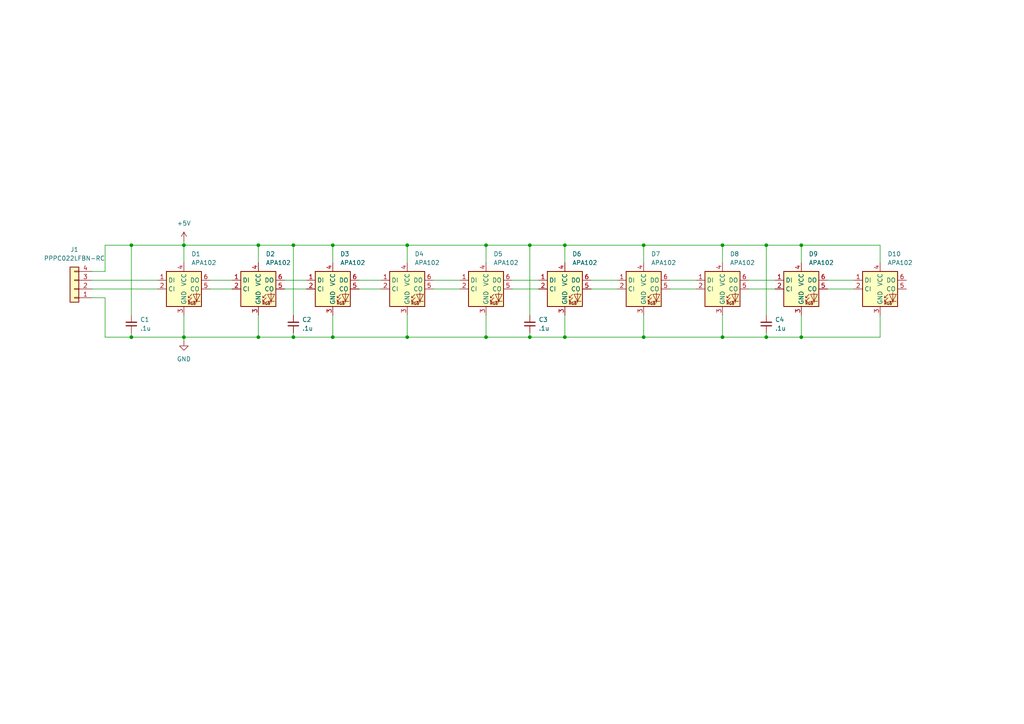
<source format=kicad_sch>
(kicad_sch
	(version 20250114)
	(generator "eeschema")
	(generator_version "9.0")
	(uuid "a96345ad-3ae6-43c5-aeab-90ca687d3111")
	(paper "A4")
	(lib_symbols
		(symbol "Connector_Generic:Conn_01x04"
			(pin_names
				(offset 1.016)
				(hide yes)
			)
			(exclude_from_sim no)
			(in_bom yes)
			(on_board yes)
			(property "Reference" "J"
				(at 0 5.08 0)
				(effects
					(font
						(size 1.27 1.27)
					)
				)
			)
			(property "Value" "Conn_01x04"
				(at 0 -7.62 0)
				(effects
					(font
						(size 1.27 1.27)
					)
				)
			)
			(property "Footprint" ""
				(at 0 0 0)
				(effects
					(font
						(size 1.27 1.27)
					)
					(hide yes)
				)
			)
			(property "Datasheet" "~"
				(at 0 0 0)
				(effects
					(font
						(size 1.27 1.27)
					)
					(hide yes)
				)
			)
			(property "Description" "Generic connector, single row, 01x04, script generated (kicad-library-utils/schlib/autogen/connector/)"
				(at 0 0 0)
				(effects
					(font
						(size 1.27 1.27)
					)
					(hide yes)
				)
			)
			(property "ki_keywords" "connector"
				(at 0 0 0)
				(effects
					(font
						(size 1.27 1.27)
					)
					(hide yes)
				)
			)
			(property "ki_fp_filters" "Connector*:*_1x??_*"
				(at 0 0 0)
				(effects
					(font
						(size 1.27 1.27)
					)
					(hide yes)
				)
			)
			(symbol "Conn_01x04_1_1"
				(rectangle
					(start -1.27 3.81)
					(end 1.27 -6.35)
					(stroke
						(width 0.254)
						(type default)
					)
					(fill
						(type background)
					)
				)
				(rectangle
					(start -1.27 2.667)
					(end 0 2.413)
					(stroke
						(width 0.1524)
						(type default)
					)
					(fill
						(type none)
					)
				)
				(rectangle
					(start -1.27 0.127)
					(end 0 -0.127)
					(stroke
						(width 0.1524)
						(type default)
					)
					(fill
						(type none)
					)
				)
				(rectangle
					(start -1.27 -2.413)
					(end 0 -2.667)
					(stroke
						(width 0.1524)
						(type default)
					)
					(fill
						(type none)
					)
				)
				(rectangle
					(start -1.27 -4.953)
					(end 0 -5.207)
					(stroke
						(width 0.1524)
						(type default)
					)
					(fill
						(type none)
					)
				)
				(pin passive line
					(at -5.08 2.54 0)
					(length 3.81)
					(name "Pin_1"
						(effects
							(font
								(size 1.27 1.27)
							)
						)
					)
					(number "1"
						(effects
							(font
								(size 1.27 1.27)
							)
						)
					)
				)
				(pin passive line
					(at -5.08 0 0)
					(length 3.81)
					(name "Pin_2"
						(effects
							(font
								(size 1.27 1.27)
							)
						)
					)
					(number "2"
						(effects
							(font
								(size 1.27 1.27)
							)
						)
					)
				)
				(pin passive line
					(at -5.08 -2.54 0)
					(length 3.81)
					(name "Pin_3"
						(effects
							(font
								(size 1.27 1.27)
							)
						)
					)
					(number "3"
						(effects
							(font
								(size 1.27 1.27)
							)
						)
					)
				)
				(pin passive line
					(at -5.08 -5.08 0)
					(length 3.81)
					(name "Pin_4"
						(effects
							(font
								(size 1.27 1.27)
							)
						)
					)
					(number "4"
						(effects
							(font
								(size 1.27 1.27)
							)
						)
					)
				)
			)
			(embedded_fonts no)
		)
		(symbol "Device:C_Small"
			(pin_numbers
				(hide yes)
			)
			(pin_names
				(offset 0.254)
				(hide yes)
			)
			(exclude_from_sim no)
			(in_bom yes)
			(on_board yes)
			(property "Reference" "C"
				(at 0.254 1.778 0)
				(effects
					(font
						(size 1.27 1.27)
					)
					(justify left)
				)
			)
			(property "Value" "C_Small"
				(at 0.254 -2.032 0)
				(effects
					(font
						(size 1.27 1.27)
					)
					(justify left)
				)
			)
			(property "Footprint" ""
				(at 0 0 0)
				(effects
					(font
						(size 1.27 1.27)
					)
					(hide yes)
				)
			)
			(property "Datasheet" "~"
				(at 0 0 0)
				(effects
					(font
						(size 1.27 1.27)
					)
					(hide yes)
				)
			)
			(property "Description" "Unpolarized capacitor, small symbol"
				(at 0 0 0)
				(effects
					(font
						(size 1.27 1.27)
					)
					(hide yes)
				)
			)
			(property "ki_keywords" "capacitor cap"
				(at 0 0 0)
				(effects
					(font
						(size 1.27 1.27)
					)
					(hide yes)
				)
			)
			(property "ki_fp_filters" "C_*"
				(at 0 0 0)
				(effects
					(font
						(size 1.27 1.27)
					)
					(hide yes)
				)
			)
			(symbol "C_Small_0_1"
				(polyline
					(pts
						(xy -1.524 0.508) (xy 1.524 0.508)
					)
					(stroke
						(width 0.3048)
						(type default)
					)
					(fill
						(type none)
					)
				)
				(polyline
					(pts
						(xy -1.524 -0.508) (xy 1.524 -0.508)
					)
					(stroke
						(width 0.3302)
						(type default)
					)
					(fill
						(type none)
					)
				)
			)
			(symbol "C_Small_1_1"
				(pin passive line
					(at 0 2.54 270)
					(length 2.032)
					(name "~"
						(effects
							(font
								(size 1.27 1.27)
							)
						)
					)
					(number "1"
						(effects
							(font
								(size 1.27 1.27)
							)
						)
					)
				)
				(pin passive line
					(at 0 -2.54 90)
					(length 2.032)
					(name "~"
						(effects
							(font
								(size 1.27 1.27)
							)
						)
					)
					(number "2"
						(effects
							(font
								(size 1.27 1.27)
							)
						)
					)
				)
			)
			(embedded_fonts no)
		)
		(symbol "LED:APA102"
			(exclude_from_sim no)
			(in_bom yes)
			(on_board yes)
			(property "Reference" "D"
				(at 5.08 5.715 0)
				(effects
					(font
						(size 1.27 1.27)
					)
					(justify right bottom)
				)
			)
			(property "Value" "APA102"
				(at 1.27 -5.715 0)
				(effects
					(font
						(size 1.27 1.27)
					)
					(justify left top)
				)
			)
			(property "Footprint" "LED_SMD:LED_RGB_5050-6"
				(at 1.27 -7.62 0)
				(effects
					(font
						(size 1.27 1.27)
					)
					(justify left top)
					(hide yes)
				)
			)
			(property "Datasheet" "http://www.led-color.com/upload/201506/APA102%20LED.pdf"
				(at 2.54 -9.525 0)
				(effects
					(font
						(size 1.27 1.27)
					)
					(justify left top)
					(hide yes)
				)
			)
			(property "Description" "RGB LED with integrated controller"
				(at 0 0 0)
				(effects
					(font
						(size 1.27 1.27)
					)
					(hide yes)
				)
			)
			(property "ki_keywords" "RGB LED addressable 8bit pwm 5bit greyscale"
				(at 0 0 0)
				(effects
					(font
						(size 1.27 1.27)
					)
					(hide yes)
				)
			)
			(property "ki_fp_filters" "LED*RGB*5050*"
				(at 0 0 0)
				(effects
					(font
						(size 1.27 1.27)
					)
					(hide yes)
				)
			)
			(symbol "APA102_0_0"
				(text "RGB"
					(at 2.286 -4.191 0)
					(effects
						(font
							(size 0.762 0.762)
						)
					)
				)
			)
			(symbol "APA102_0_1"
				(polyline
					(pts
						(xy 1.27 -2.54) (xy 1.778 -2.54)
					)
					(stroke
						(width 0)
						(type default)
					)
					(fill
						(type none)
					)
				)
				(polyline
					(pts
						(xy 1.27 -3.556) (xy 1.778 -3.556)
					)
					(stroke
						(width 0)
						(type default)
					)
					(fill
						(type none)
					)
				)
				(polyline
					(pts
						(xy 2.286 -1.524) (xy 1.27 -2.54) (xy 1.27 -2.032)
					)
					(stroke
						(width 0)
						(type default)
					)
					(fill
						(type none)
					)
				)
				(polyline
					(pts
						(xy 2.286 -2.54) (xy 1.27 -3.556) (xy 1.27 -3.048)
					)
					(stroke
						(width 0)
						(type default)
					)
					(fill
						(type none)
					)
				)
				(polyline
					(pts
						(xy 3.683 -1.016) (xy 3.683 -3.556) (xy 3.683 -4.064)
					)
					(stroke
						(width 0)
						(type default)
					)
					(fill
						(type none)
					)
				)
				(polyline
					(pts
						(xy 4.699 -1.524) (xy 2.667 -1.524) (xy 3.683 -3.556) (xy 4.699 -1.524)
					)
					(stroke
						(width 0)
						(type default)
					)
					(fill
						(type none)
					)
				)
				(polyline
					(pts
						(xy 4.699 -3.556) (xy 2.667 -3.556)
					)
					(stroke
						(width 0)
						(type default)
					)
					(fill
						(type none)
					)
				)
				(rectangle
					(start 5.08 5.08)
					(end -5.08 -5.08)
					(stroke
						(width 0.254)
						(type default)
					)
					(fill
						(type background)
					)
				)
			)
			(symbol "APA102_1_1"
				(pin input line
					(at -7.62 2.54 0)
					(length 2.54)
					(name "DI"
						(effects
							(font
								(size 1.27 1.27)
							)
						)
					)
					(number "1"
						(effects
							(font
								(size 1.27 1.27)
							)
						)
					)
				)
				(pin input line
					(at -7.62 0 0)
					(length 2.54)
					(name "CI"
						(effects
							(font
								(size 1.27 1.27)
							)
						)
					)
					(number "2"
						(effects
							(font
								(size 1.27 1.27)
							)
						)
					)
				)
				(pin power_in line
					(at 0 7.62 270)
					(length 2.54)
					(name "VCC"
						(effects
							(font
								(size 1.27 1.27)
							)
						)
					)
					(number "4"
						(effects
							(font
								(size 1.27 1.27)
							)
						)
					)
				)
				(pin power_in line
					(at 0 -7.62 90)
					(length 2.54)
					(name "GND"
						(effects
							(font
								(size 1.27 1.27)
							)
						)
					)
					(number "3"
						(effects
							(font
								(size 1.27 1.27)
							)
						)
					)
				)
				(pin output line
					(at 7.62 2.54 180)
					(length 2.54)
					(name "DO"
						(effects
							(font
								(size 1.27 1.27)
							)
						)
					)
					(number "6"
						(effects
							(font
								(size 1.27 1.27)
							)
						)
					)
				)
				(pin output line
					(at 7.62 0 180)
					(length 2.54)
					(name "CO"
						(effects
							(font
								(size 1.27 1.27)
							)
						)
					)
					(number "5"
						(effects
							(font
								(size 1.27 1.27)
							)
						)
					)
				)
			)
			(embedded_fonts no)
		)
		(symbol "power:+5V"
			(power)
			(pin_numbers
				(hide yes)
			)
			(pin_names
				(offset 0)
				(hide yes)
			)
			(exclude_from_sim no)
			(in_bom yes)
			(on_board yes)
			(property "Reference" "#PWR"
				(at 0 -3.81 0)
				(effects
					(font
						(size 1.27 1.27)
					)
					(hide yes)
				)
			)
			(property "Value" "+5V"
				(at 0 3.556 0)
				(effects
					(font
						(size 1.27 1.27)
					)
				)
			)
			(property "Footprint" ""
				(at 0 0 0)
				(effects
					(font
						(size 1.27 1.27)
					)
					(hide yes)
				)
			)
			(property "Datasheet" ""
				(at 0 0 0)
				(effects
					(font
						(size 1.27 1.27)
					)
					(hide yes)
				)
			)
			(property "Description" "Power symbol creates a global label with name \"+5V\""
				(at 0 0 0)
				(effects
					(font
						(size 1.27 1.27)
					)
					(hide yes)
				)
			)
			(property "ki_keywords" "global power"
				(at 0 0 0)
				(effects
					(font
						(size 1.27 1.27)
					)
					(hide yes)
				)
			)
			(symbol "+5V_0_1"
				(polyline
					(pts
						(xy -0.762 1.27) (xy 0 2.54)
					)
					(stroke
						(width 0)
						(type default)
					)
					(fill
						(type none)
					)
				)
				(polyline
					(pts
						(xy 0 2.54) (xy 0.762 1.27)
					)
					(stroke
						(width 0)
						(type default)
					)
					(fill
						(type none)
					)
				)
				(polyline
					(pts
						(xy 0 0) (xy 0 2.54)
					)
					(stroke
						(width 0)
						(type default)
					)
					(fill
						(type none)
					)
				)
			)
			(symbol "+5V_1_1"
				(pin power_in line
					(at 0 0 90)
					(length 0)
					(name "~"
						(effects
							(font
								(size 1.27 1.27)
							)
						)
					)
					(number "1"
						(effects
							(font
								(size 1.27 1.27)
							)
						)
					)
				)
			)
			(embedded_fonts no)
		)
		(symbol "power:GND"
			(power)
			(pin_numbers
				(hide yes)
			)
			(pin_names
				(offset 0)
				(hide yes)
			)
			(exclude_from_sim no)
			(in_bom yes)
			(on_board yes)
			(property "Reference" "#PWR"
				(at 0 -6.35 0)
				(effects
					(font
						(size 1.27 1.27)
					)
					(hide yes)
				)
			)
			(property "Value" "GND"
				(at 0 -3.81 0)
				(effects
					(font
						(size 1.27 1.27)
					)
				)
			)
			(property "Footprint" ""
				(at 0 0 0)
				(effects
					(font
						(size 1.27 1.27)
					)
					(hide yes)
				)
			)
			(property "Datasheet" ""
				(at 0 0 0)
				(effects
					(font
						(size 1.27 1.27)
					)
					(hide yes)
				)
			)
			(property "Description" "Power symbol creates a global label with name \"GND\" , ground"
				(at 0 0 0)
				(effects
					(font
						(size 1.27 1.27)
					)
					(hide yes)
				)
			)
			(property "ki_keywords" "global power"
				(at 0 0 0)
				(effects
					(font
						(size 1.27 1.27)
					)
					(hide yes)
				)
			)
			(symbol "GND_0_1"
				(polyline
					(pts
						(xy 0 0) (xy 0 -1.27) (xy 1.27 -1.27) (xy 0 -2.54) (xy -1.27 -1.27) (xy 0 -1.27)
					)
					(stroke
						(width 0)
						(type default)
					)
					(fill
						(type none)
					)
				)
			)
			(symbol "GND_1_1"
				(pin power_in line
					(at 0 0 270)
					(length 0)
					(name "~"
						(effects
							(font
								(size 1.27 1.27)
							)
						)
					)
					(number "1"
						(effects
							(font
								(size 1.27 1.27)
							)
						)
					)
				)
			)
			(embedded_fonts no)
		)
	)
	(junction
		(at 222.25 97.79)
		(diameter 0)
		(color 0 0 0 0)
		(uuid "01bec865-ef36-49c5-a43c-ae070792c673")
	)
	(junction
		(at 153.67 71.12)
		(diameter 0)
		(color 0 0 0 0)
		(uuid "01c44eb4-31fc-4b8b-9f3b-0a4ca7876394")
	)
	(junction
		(at 222.25 71.12)
		(diameter 0)
		(color 0 0 0 0)
		(uuid "188bb824-2de8-4a0a-9211-b94f82aae385")
	)
	(junction
		(at 232.41 71.12)
		(diameter 0)
		(color 0 0 0 0)
		(uuid "1f9d60b5-3ca9-4e07-8b62-0f63d385ae1e")
	)
	(junction
		(at 96.52 97.79)
		(diameter 0)
		(color 0 0 0 0)
		(uuid "2e018204-63c3-4d9c-9c5c-b3978ad15cf0")
	)
	(junction
		(at 53.34 71.12)
		(diameter 0)
		(color 0 0 0 0)
		(uuid "3f607788-c4bb-44bf-88bb-785f8aa61713")
	)
	(junction
		(at 85.09 97.79)
		(diameter 0)
		(color 0 0 0 0)
		(uuid "40403331-a102-47cc-a6dd-5920658566a5")
	)
	(junction
		(at 163.83 71.12)
		(diameter 0)
		(color 0 0 0 0)
		(uuid "64ee580a-3722-4547-99af-666574d04db6")
	)
	(junction
		(at 153.67 97.79)
		(diameter 0)
		(color 0 0 0 0)
		(uuid "6a3e51e7-ad72-466a-9387-48ff2e88dedd")
	)
	(junction
		(at 209.55 71.12)
		(diameter 0)
		(color 0 0 0 0)
		(uuid "71b37ec0-5f2b-47f2-a620-83ad4369c22e")
	)
	(junction
		(at 74.93 71.12)
		(diameter 0)
		(color 0 0 0 0)
		(uuid "73f294a8-e1fc-4a06-a6b7-cc1cfc28091f")
	)
	(junction
		(at 38.1 97.79)
		(diameter 0)
		(color 0 0 0 0)
		(uuid "8b03d168-2587-4338-84cf-9786444240b1")
	)
	(junction
		(at 38.1 71.12)
		(diameter 0)
		(color 0 0 0 0)
		(uuid "8b10106e-3956-4ad0-9079-5fa11e33b695")
	)
	(junction
		(at 96.52 71.12)
		(diameter 0)
		(color 0 0 0 0)
		(uuid "916d027f-5b53-462f-b9da-413f9ed06332")
	)
	(junction
		(at 53.34 97.79)
		(diameter 0)
		(color 0 0 0 0)
		(uuid "921758fe-9328-4551-b911-a134884a4d04")
	)
	(junction
		(at 85.09 71.12)
		(diameter 0)
		(color 0 0 0 0)
		(uuid "be10947e-69f2-4861-a7ae-0820d9136559")
	)
	(junction
		(at 118.11 71.12)
		(diameter 0)
		(color 0 0 0 0)
		(uuid "c26ac957-16e6-4f73-a25d-d99e616755bd")
	)
	(junction
		(at 232.41 97.79)
		(diameter 0)
		(color 0 0 0 0)
		(uuid "c3e6ddc0-7069-49e7-9ad0-7a9330b7764e")
	)
	(junction
		(at 74.93 97.79)
		(diameter 0)
		(color 0 0 0 0)
		(uuid "cae077cb-ba76-4d7c-acc1-4d32cd1c5b7f")
	)
	(junction
		(at 140.97 97.79)
		(diameter 0)
		(color 0 0 0 0)
		(uuid "d8a294d0-4d55-4760-ac54-7e7eeb3e1a01")
	)
	(junction
		(at 186.69 97.79)
		(diameter 0)
		(color 0 0 0 0)
		(uuid "defc8a5a-975f-44b6-bd9d-38977da69d1f")
	)
	(junction
		(at 140.97 71.12)
		(diameter 0)
		(color 0 0 0 0)
		(uuid "e1b1abc4-1112-40f5-91eb-61924eda484c")
	)
	(junction
		(at 163.83 97.79)
		(diameter 0)
		(color 0 0 0 0)
		(uuid "ebf3a5da-d50a-40b8-bef6-1403f95c7121")
	)
	(junction
		(at 186.69 71.12)
		(diameter 0)
		(color 0 0 0 0)
		(uuid "f4c35a6a-7753-43a0-a495-78d10af6a099")
	)
	(junction
		(at 209.55 97.79)
		(diameter 0)
		(color 0 0 0 0)
		(uuid "fc909399-5a2a-44e0-a4a4-e860e8744b6a")
	)
	(junction
		(at 118.11 97.79)
		(diameter 0)
		(color 0 0 0 0)
		(uuid "fe9efc5b-b9df-406e-8576-683877f582c8")
	)
	(wire
		(pts
			(xy 222.25 97.79) (xy 209.55 97.79)
		)
		(stroke
			(width 0)
			(type default)
		)
		(uuid "099d0d84-a5fe-4172-8d99-874a43754947")
	)
	(wire
		(pts
			(xy 118.11 97.79) (xy 96.52 97.79)
		)
		(stroke
			(width 0)
			(type default)
		)
		(uuid "09ed8584-0d45-47d4-8327-9115570156d3")
	)
	(wire
		(pts
			(xy 194.31 81.28) (xy 201.93 81.28)
		)
		(stroke
			(width 0)
			(type default)
		)
		(uuid "0c1a2df5-67e5-4ff9-a53b-6da86b9acfc5")
	)
	(wire
		(pts
			(xy 125.73 81.28) (xy 133.35 81.28)
		)
		(stroke
			(width 0)
			(type default)
		)
		(uuid "1153335e-ef9e-483a-8ff6-5061e9ac22a2")
	)
	(wire
		(pts
			(xy 140.97 76.2) (xy 140.97 71.12)
		)
		(stroke
			(width 0)
			(type default)
		)
		(uuid "1f1d23de-f2f4-4ec2-885d-367b4c2672a1")
	)
	(wire
		(pts
			(xy 148.59 81.28) (xy 156.21 81.28)
		)
		(stroke
			(width 0)
			(type default)
		)
		(uuid "1ffd04f9-582e-4efc-89f4-b497f0fd5194")
	)
	(wire
		(pts
			(xy 26.67 81.28) (xy 45.72 81.28)
		)
		(stroke
			(width 0)
			(type default)
		)
		(uuid "25e1b7be-56f6-4bfa-9c5f-7f4abd94fe5a")
	)
	(wire
		(pts
			(xy 96.52 97.79) (xy 85.09 97.79)
		)
		(stroke
			(width 0)
			(type default)
		)
		(uuid "26acd466-7705-474a-bf21-eb8ea761d35a")
	)
	(wire
		(pts
			(xy 96.52 71.12) (xy 85.09 71.12)
		)
		(stroke
			(width 0)
			(type default)
		)
		(uuid "2a74b6e1-250d-4a76-a156-e47bf3ef1917")
	)
	(wire
		(pts
			(xy 38.1 97.79) (xy 53.34 97.79)
		)
		(stroke
			(width 0)
			(type default)
		)
		(uuid "2c7b8bca-85b9-4db3-8891-eff3970d60d7")
	)
	(wire
		(pts
			(xy 118.11 71.12) (xy 140.97 71.12)
		)
		(stroke
			(width 0)
			(type default)
		)
		(uuid "2f4785c9-da84-4441-b62a-16d64f9fedd8")
	)
	(wire
		(pts
			(xy 38.1 96.52) (xy 38.1 97.79)
		)
		(stroke
			(width 0)
			(type default)
		)
		(uuid "2f6283f1-ef9f-4bdf-8dfa-37f4be973c68")
	)
	(wire
		(pts
			(xy 240.03 81.28) (xy 247.65 81.28)
		)
		(stroke
			(width 0)
			(type default)
		)
		(uuid "2fd0985e-d723-4c0d-9348-6477a67be611")
	)
	(wire
		(pts
			(xy 217.17 83.82) (xy 224.79 83.82)
		)
		(stroke
			(width 0)
			(type default)
		)
		(uuid "33978663-b560-44e0-8716-a3ada6869eb7")
	)
	(wire
		(pts
			(xy 85.09 71.12) (xy 74.93 71.12)
		)
		(stroke
			(width 0)
			(type default)
		)
		(uuid "378892a2-4073-4090-b9b1-528035dd16d7")
	)
	(wire
		(pts
			(xy 153.67 71.12) (xy 153.67 91.44)
		)
		(stroke
			(width 0)
			(type default)
		)
		(uuid "3d20e493-6097-4078-890f-a3b67546330e")
	)
	(wire
		(pts
			(xy 74.93 97.79) (xy 53.34 97.79)
		)
		(stroke
			(width 0)
			(type default)
		)
		(uuid "3f74f7c9-d50f-4e11-8267-041de388861e")
	)
	(wire
		(pts
			(xy 255.27 97.79) (xy 232.41 97.79)
		)
		(stroke
			(width 0)
			(type default)
		)
		(uuid "427a7045-c8cc-4576-b8ab-5a200b259616")
	)
	(wire
		(pts
			(xy 163.83 71.12) (xy 186.69 71.12)
		)
		(stroke
			(width 0)
			(type default)
		)
		(uuid "44a0caa8-165d-4153-b260-bc3d4954ce52")
	)
	(wire
		(pts
			(xy 53.34 69.85) (xy 53.34 71.12)
		)
		(stroke
			(width 0)
			(type default)
		)
		(uuid "48e7da25-b7dc-4351-b807-4a4c8bbacda0")
	)
	(wire
		(pts
			(xy 60.96 83.82) (xy 67.31 83.82)
		)
		(stroke
			(width 0)
			(type default)
		)
		(uuid "4c7a9f54-4c1a-42aa-beef-bd99115f1a28")
	)
	(wire
		(pts
			(xy 26.67 83.82) (xy 45.72 83.82)
		)
		(stroke
			(width 0)
			(type default)
		)
		(uuid "4caea34b-3951-4869-84a1-1321362f0646")
	)
	(wire
		(pts
			(xy 140.97 91.44) (xy 140.97 97.79)
		)
		(stroke
			(width 0)
			(type default)
		)
		(uuid "523a46e4-1e2d-4829-b76f-80c0fe72728a")
	)
	(wire
		(pts
			(xy 209.55 91.44) (xy 209.55 97.79)
		)
		(stroke
			(width 0)
			(type default)
		)
		(uuid "525e7c41-b006-49c9-ac22-5a2325c34532")
	)
	(wire
		(pts
			(xy 38.1 71.12) (xy 53.34 71.12)
		)
		(stroke
			(width 0)
			(type default)
		)
		(uuid "53742944-b7f5-4a1c-b141-9ae5e30fbf6b")
	)
	(wire
		(pts
			(xy 153.67 97.79) (xy 140.97 97.79)
		)
		(stroke
			(width 0)
			(type default)
		)
		(uuid "588336ef-adeb-4618-acd5-b074927e5afd")
	)
	(wire
		(pts
			(xy 209.55 71.12) (xy 186.69 71.12)
		)
		(stroke
			(width 0)
			(type default)
		)
		(uuid "5b7d268d-c5bc-4dea-84c2-62abcc43934c")
	)
	(wire
		(pts
			(xy 163.83 91.44) (xy 163.83 97.79)
		)
		(stroke
			(width 0)
			(type default)
		)
		(uuid "5dcfd935-c96a-474c-88bd-a84abda66e14")
	)
	(wire
		(pts
			(xy 255.27 91.44) (xy 255.27 97.79)
		)
		(stroke
			(width 0)
			(type default)
		)
		(uuid "640eed10-eb6e-4564-9873-8f96d6ecdac6")
	)
	(wire
		(pts
			(xy 53.34 71.12) (xy 53.34 76.2)
		)
		(stroke
			(width 0)
			(type default)
		)
		(uuid "64dab283-41b5-4c2a-8929-499232248a16")
	)
	(wire
		(pts
			(xy 38.1 71.12) (xy 38.1 91.44)
		)
		(stroke
			(width 0)
			(type default)
		)
		(uuid "67466569-b161-4e6c-b3e2-3633a9a4b4b4")
	)
	(wire
		(pts
			(xy 30.48 97.79) (xy 38.1 97.79)
		)
		(stroke
			(width 0)
			(type default)
		)
		(uuid "67516b27-cdf1-4554-a76e-2a8b7fa93a89")
	)
	(wire
		(pts
			(xy 209.55 97.79) (xy 186.69 97.79)
		)
		(stroke
			(width 0)
			(type default)
		)
		(uuid "6d353448-72f4-4d48-862a-d7d04009913d")
	)
	(wire
		(pts
			(xy 118.11 71.12) (xy 96.52 71.12)
		)
		(stroke
			(width 0)
			(type default)
		)
		(uuid "72d701b8-6f97-465f-b1a8-b3989217827f")
	)
	(wire
		(pts
			(xy 85.09 97.79) (xy 74.93 97.79)
		)
		(stroke
			(width 0)
			(type default)
		)
		(uuid "743a6785-e9dc-4a85-8dcd-28d442db1eb3")
	)
	(wire
		(pts
			(xy 232.41 71.12) (xy 222.25 71.12)
		)
		(stroke
			(width 0)
			(type default)
		)
		(uuid "74c234b0-5962-4d53-a82e-a31ba394405b")
	)
	(wire
		(pts
			(xy 186.69 76.2) (xy 186.69 71.12)
		)
		(stroke
			(width 0)
			(type default)
		)
		(uuid "78bcbf91-0446-4758-bead-30d46d9037ca")
	)
	(wire
		(pts
			(xy 30.48 71.12) (xy 38.1 71.12)
		)
		(stroke
			(width 0)
			(type default)
		)
		(uuid "79473351-1a1a-4daa-946e-822b2cfd8ca7")
	)
	(wire
		(pts
			(xy 74.93 91.44) (xy 74.93 97.79)
		)
		(stroke
			(width 0)
			(type default)
		)
		(uuid "7c0651f7-8f75-4af5-97c1-1ceee1759bc3")
	)
	(wire
		(pts
			(xy 232.41 91.44) (xy 232.41 97.79)
		)
		(stroke
			(width 0)
			(type default)
		)
		(uuid "7db4fcb0-d55f-4ed1-9385-60b24200e751")
	)
	(wire
		(pts
			(xy 240.03 83.82) (xy 247.65 83.82)
		)
		(stroke
			(width 0)
			(type default)
		)
		(uuid "80dd57ab-07c0-45f5-bd73-b4c43c6e99b4")
	)
	(wire
		(pts
			(xy 255.27 71.12) (xy 232.41 71.12)
		)
		(stroke
			(width 0)
			(type default)
		)
		(uuid "8dff5508-d962-4533-957a-fb5578cb5488")
	)
	(wire
		(pts
			(xy 232.41 76.2) (xy 232.41 71.12)
		)
		(stroke
			(width 0)
			(type default)
		)
		(uuid "9208df12-c5d2-4196-b5d3-ef1da1b1bee3")
	)
	(wire
		(pts
			(xy 60.96 81.28) (xy 67.31 81.28)
		)
		(stroke
			(width 0)
			(type default)
		)
		(uuid "9317b16f-b579-448f-b9dd-c2dc957d6f41")
	)
	(wire
		(pts
			(xy 163.83 71.12) (xy 153.67 71.12)
		)
		(stroke
			(width 0)
			(type default)
		)
		(uuid "93bb490f-28e3-40b6-852a-bbdf50f40411")
	)
	(wire
		(pts
			(xy 118.11 91.44) (xy 118.11 97.79)
		)
		(stroke
			(width 0)
			(type default)
		)
		(uuid "9f229d85-7cad-4199-bd50-5c36a8aa2057")
	)
	(wire
		(pts
			(xy 30.48 86.36) (xy 30.48 97.79)
		)
		(stroke
			(width 0)
			(type default)
		)
		(uuid "a28b2a9f-b170-4d71-a8ea-82f16da9f7cb")
	)
	(wire
		(pts
			(xy 53.34 91.44) (xy 53.34 97.79)
		)
		(stroke
			(width 0)
			(type default)
		)
		(uuid "a49e40c7-e6c3-4eb6-9938-77ca2d98a185")
	)
	(wire
		(pts
			(xy 53.34 97.79) (xy 53.34 99.06)
		)
		(stroke
			(width 0)
			(type default)
		)
		(uuid "a5cc9790-97cd-484f-acd1-1ac00cb81a82")
	)
	(wire
		(pts
			(xy 171.45 81.28) (xy 179.07 81.28)
		)
		(stroke
			(width 0)
			(type default)
		)
		(uuid "a5ebd268-c6bc-4846-a2bb-f53d2cd87ba9")
	)
	(wire
		(pts
			(xy 82.55 81.28) (xy 88.9 81.28)
		)
		(stroke
			(width 0)
			(type default)
		)
		(uuid "a7f11eeb-a975-42d6-97a9-7b7649fe108d")
	)
	(wire
		(pts
			(xy 104.14 83.82) (xy 110.49 83.82)
		)
		(stroke
			(width 0)
			(type default)
		)
		(uuid "adf2fe70-3871-4961-b869-731a77970b7e")
	)
	(wire
		(pts
			(xy 118.11 76.2) (xy 118.11 71.12)
		)
		(stroke
			(width 0)
			(type default)
		)
		(uuid "b0afaf96-b108-4d7e-8e60-b1e3f473f6e9")
	)
	(wire
		(pts
			(xy 232.41 97.79) (xy 222.25 97.79)
		)
		(stroke
			(width 0)
			(type default)
		)
		(uuid "b0d315da-2f71-49da-9bd8-ef7e9b55267e")
	)
	(wire
		(pts
			(xy 104.14 81.28) (xy 110.49 81.28)
		)
		(stroke
			(width 0)
			(type default)
		)
		(uuid "b1bb3ce2-fa40-4924-af8a-b41ddfeba2f5")
	)
	(wire
		(pts
			(xy 85.09 71.12) (xy 85.09 91.44)
		)
		(stroke
			(width 0)
			(type default)
		)
		(uuid "b588d763-3a87-42fe-8951-6fc619cf05c0")
	)
	(wire
		(pts
			(xy 163.83 97.79) (xy 153.67 97.79)
		)
		(stroke
			(width 0)
			(type default)
		)
		(uuid "b7d480a1-6866-46f1-b0a1-da05e3410c2a")
	)
	(wire
		(pts
			(xy 222.25 71.12) (xy 209.55 71.12)
		)
		(stroke
			(width 0)
			(type default)
		)
		(uuid "b9cc90b1-92e6-42fa-803b-ff9289b0e44b")
	)
	(wire
		(pts
			(xy 217.17 81.28) (xy 224.79 81.28)
		)
		(stroke
			(width 0)
			(type default)
		)
		(uuid "bef9d9d5-8f82-4d4c-825a-964c423f68b4")
	)
	(wire
		(pts
			(xy 163.83 76.2) (xy 163.83 71.12)
		)
		(stroke
			(width 0)
			(type default)
		)
		(uuid "c09f5775-5410-4b94-ac16-b029efe83a4b")
	)
	(wire
		(pts
			(xy 85.09 96.52) (xy 85.09 97.79)
		)
		(stroke
			(width 0)
			(type default)
		)
		(uuid "cad8a930-dce5-4473-b731-043f718af8fc")
	)
	(wire
		(pts
			(xy 255.27 76.2) (xy 255.27 71.12)
		)
		(stroke
			(width 0)
			(type default)
		)
		(uuid "d126ee20-c8db-4f68-927a-323e237e75e7")
	)
	(wire
		(pts
			(xy 171.45 83.82) (xy 179.07 83.82)
		)
		(stroke
			(width 0)
			(type default)
		)
		(uuid "d17417f5-399e-4df5-8050-b065d48cc30f")
	)
	(wire
		(pts
			(xy 153.67 96.52) (xy 153.67 97.79)
		)
		(stroke
			(width 0)
			(type default)
		)
		(uuid "d6f83c00-53e1-47cc-b5fb-6002a9da8530")
	)
	(wire
		(pts
			(xy 26.67 86.36) (xy 30.48 86.36)
		)
		(stroke
			(width 0)
			(type default)
		)
		(uuid "d847733c-6ec1-4fa0-b3c3-78bba9c75b99")
	)
	(wire
		(pts
			(xy 140.97 97.79) (xy 118.11 97.79)
		)
		(stroke
			(width 0)
			(type default)
		)
		(uuid "da1298e3-ff0f-4c95-887c-7b384cbd386a")
	)
	(wire
		(pts
			(xy 74.93 76.2) (xy 74.93 71.12)
		)
		(stroke
			(width 0)
			(type default)
		)
		(uuid "db45a46f-7375-4b8d-b16b-c5112a95173d")
	)
	(wire
		(pts
			(xy 125.73 83.82) (xy 133.35 83.82)
		)
		(stroke
			(width 0)
			(type default)
		)
		(uuid "deaf77b9-9eed-471c-a66a-6d44711a5e48")
	)
	(wire
		(pts
			(xy 26.67 78.74) (xy 30.48 78.74)
		)
		(stroke
			(width 0)
			(type default)
		)
		(uuid "deed5434-ee16-467a-b2a7-7a6cee9117c1")
	)
	(wire
		(pts
			(xy 153.67 71.12) (xy 140.97 71.12)
		)
		(stroke
			(width 0)
			(type default)
		)
		(uuid "e1c04ff5-934d-4c8c-978d-9cd04c2908f4")
	)
	(wire
		(pts
			(xy 82.55 83.82) (xy 88.9 83.82)
		)
		(stroke
			(width 0)
			(type default)
		)
		(uuid "e1df7f44-d258-4df8-8358-4953c129c8f3")
	)
	(wire
		(pts
			(xy 186.69 97.79) (xy 163.83 97.79)
		)
		(stroke
			(width 0)
			(type default)
		)
		(uuid "e2859141-47d0-445a-b315-8276492a665a")
	)
	(wire
		(pts
			(xy 148.59 83.82) (xy 156.21 83.82)
		)
		(stroke
			(width 0)
			(type default)
		)
		(uuid "e2cc6cbc-d64b-4352-8f0b-bb86c43e23b5")
	)
	(wire
		(pts
			(xy 96.52 76.2) (xy 96.52 71.12)
		)
		(stroke
			(width 0)
			(type default)
		)
		(uuid "e314aa08-ab62-4ff5-b1db-73a88582571c")
	)
	(wire
		(pts
			(xy 30.48 78.74) (xy 30.48 71.12)
		)
		(stroke
			(width 0)
			(type default)
		)
		(uuid "e48d34b0-7d18-4838-b19c-6b1c831567d1")
	)
	(wire
		(pts
			(xy 194.31 83.82) (xy 201.93 83.82)
		)
		(stroke
			(width 0)
			(type default)
		)
		(uuid "e48fa139-099c-4dc3-bd02-40d44abc0c8f")
	)
	(wire
		(pts
			(xy 222.25 96.52) (xy 222.25 97.79)
		)
		(stroke
			(width 0)
			(type default)
		)
		(uuid "e9fdaef3-e892-4a62-83e4-9426caa5038b")
	)
	(wire
		(pts
			(xy 74.93 71.12) (xy 53.34 71.12)
		)
		(stroke
			(width 0)
			(type default)
		)
		(uuid "f5c67422-7d65-448d-9a9a-5a0967b45d9c")
	)
	(wire
		(pts
			(xy 222.25 71.12) (xy 222.25 91.44)
		)
		(stroke
			(width 0)
			(type default)
		)
		(uuid "f8b2f26a-f38e-4caa-98c6-1e2acb0068ea")
	)
	(wire
		(pts
			(xy 186.69 91.44) (xy 186.69 97.79)
		)
		(stroke
			(width 0)
			(type default)
		)
		(uuid "faf968aa-ffc6-49b1-a442-098f407091ab")
	)
	(wire
		(pts
			(xy 96.52 91.44) (xy 96.52 97.79)
		)
		(stroke
			(width 0)
			(type default)
		)
		(uuid "fb9481ce-6c08-4e5c-802d-4d0144b33084")
	)
	(wire
		(pts
			(xy 209.55 76.2) (xy 209.55 71.12)
		)
		(stroke
			(width 0)
			(type default)
		)
		(uuid "fbb37576-b37a-4271-9a0d-b16ab2bdc925")
	)
	(symbol
		(lib_id "LED:APA102")
		(at 74.93 83.82 0)
		(unit 1)
		(exclude_from_sim no)
		(in_bom yes)
		(on_board yes)
		(dnp no)
		(fields_autoplaced yes)
		(uuid "10e28d18-06b8-41b9-beb8-25b39647f033")
		(property "Reference" "D2"
			(at 77.0733 73.66 0)
			(effects
				(font
					(size 1.27 1.27)
				)
				(justify left)
			)
		)
		(property "Value" "APA102"
			(at 77.0733 76.2 0)
			(effects
				(font
					(size 1.27 1.27)
				)
				(justify left)
			)
		)
		(property "Footprint" "LED_SMD:LED_RGB_5050-6"
			(at 76.2 91.44 0)
			(effects
				(font
					(size 1.27 1.27)
				)
				(justify left top)
				(hide yes)
			)
		)
		(property "Datasheet" "http://www.led-color.com/upload/201506/APA102%20LED.pdf"
			(at 77.47 93.345 0)
			(effects
				(font
					(size 1.27 1.27)
				)
				(justify left top)
				(hide yes)
			)
		)
		(property "Description" "RGB LED with integrated controller"
			(at 74.93 83.82 0)
			(effects
				(font
					(size 1.27 1.27)
				)
				(hide yes)
			)
		)
		(pin "5"
			(uuid "4ec838b5-088e-4459-aa73-4ec09171d760")
		)
		(pin "6"
			(uuid "7dc97143-859b-47c2-8fc8-18087f40b0f9")
		)
		(pin "1"
			(uuid "50305374-f0b1-41a4-8d5e-e3a9fdda7f1c")
		)
		(pin "4"
			(uuid "0ca6f52f-d0a5-4df4-b1a1-edaea08e01f7")
		)
		(pin "2"
			(uuid "e297597d-7df7-4266-9fb7-8e647631be9a")
		)
		(pin "3"
			(uuid "60781cc2-98df-4bcf-9798-e9842855e84a")
		)
		(instances
			(project "LED_PCB"
				(path "/a96345ad-3ae6-43c5-aeab-90ca687d3111"
					(reference "D2")
					(unit 1)
				)
			)
		)
	)
	(symbol
		(lib_id "Device:C_Small")
		(at 222.25 93.98 180)
		(unit 1)
		(exclude_from_sim no)
		(in_bom yes)
		(on_board yes)
		(dnp no)
		(fields_autoplaced yes)
		(uuid "250b000b-b50f-4de4-ae82-5c49d91dd476")
		(property "Reference" "C4"
			(at 224.79 92.7035 0)
			(effects
				(font
					(size 1.27 1.27)
				)
				(justify right)
			)
		)
		(property "Value" ".1u"
			(at 224.79 95.2435 0)
			(effects
				(font
					(size 1.27 1.27)
				)
				(justify right)
			)
		)
		(property "Footprint" "Capacitor_SMD:C_0603_1608Metric"
			(at 222.25 93.98 0)
			(effects
				(font
					(size 1.27 1.27)
				)
				(hide yes)
			)
		)
		(property "Datasheet" "~"
			(at 222.25 93.98 0)
			(effects
				(font
					(size 1.27 1.27)
				)
				(hide yes)
			)
		)
		(property "Description" "Unpolarized capacitor, small symbol"
			(at 222.25 93.98 0)
			(effects
				(font
					(size 1.27 1.27)
				)
				(hide yes)
			)
		)
		(pin "1"
			(uuid "0cafb4cb-642e-477f-8afb-d58ab159750a")
		)
		(pin "2"
			(uuid "7de535cc-af8f-4147-b16c-059cdb420527")
		)
		(instances
			(project "LED_PCB"
				(path "/a96345ad-3ae6-43c5-aeab-90ca687d3111"
					(reference "C4")
					(unit 1)
				)
			)
		)
	)
	(symbol
		(lib_id "LED:APA102")
		(at 53.34 83.82 0)
		(unit 1)
		(exclude_from_sim no)
		(in_bom yes)
		(on_board yes)
		(dnp no)
		(fields_autoplaced yes)
		(uuid "29846374-87e9-405f-bd00-3029cd46891d")
		(property "Reference" "D1"
			(at 55.4833 73.66 0)
			(effects
				(font
					(size 1.27 1.27)
				)
				(justify left)
			)
		)
		(property "Value" "APA102"
			(at 55.4833 76.2 0)
			(effects
				(font
					(size 1.27 1.27)
				)
				(justify left)
			)
		)
		(property "Footprint" "LED_SMD:LED_RGB_5050-6"
			(at 54.61 91.44 0)
			(effects
				(font
					(size 1.27 1.27)
				)
				(justify left top)
				(hide yes)
			)
		)
		(property "Datasheet" "http://www.led-color.com/upload/201506/APA102%20LED.pdf"
			(at 55.88 93.345 0)
			(effects
				(font
					(size 1.27 1.27)
				)
				(justify left top)
				(hide yes)
			)
		)
		(property "Description" "RGB LED with integrated controller"
			(at 53.34 83.82 0)
			(effects
				(font
					(size 1.27 1.27)
				)
				(hide yes)
			)
		)
		(pin "5"
			(uuid "17fa3ff3-cef0-44d4-9276-5da1225f3e50")
		)
		(pin "6"
			(uuid "16033e7f-659d-4eb4-b39a-1d1ad10e8fa2")
		)
		(pin "1"
			(uuid "024f98bb-615b-4ea0-8e19-9a6ca2cb7b0b")
		)
		(pin "4"
			(uuid "be05d639-ccb0-43d7-a5b8-b866caa4de9b")
		)
		(pin "2"
			(uuid "70150501-e362-4c63-9329-1621ffeb19f7")
		)
		(pin "3"
			(uuid "930d740a-1c31-4de6-892a-a48fdab39f97")
		)
		(instances
			(project ""
				(path "/a96345ad-3ae6-43c5-aeab-90ca687d3111"
					(reference "D1")
					(unit 1)
				)
			)
		)
	)
	(symbol
		(lib_id "power:+5V")
		(at 53.34 69.85 0)
		(unit 1)
		(exclude_from_sim no)
		(in_bom yes)
		(on_board yes)
		(dnp no)
		(fields_autoplaced yes)
		(uuid "2a9aeb45-6aa0-43ce-a420-43bf8535ac45")
		(property "Reference" "#PWR01"
			(at 53.34 73.66 0)
			(effects
				(font
					(size 1.27 1.27)
				)
				(hide yes)
			)
		)
		(property "Value" "+5V"
			(at 53.34 64.77 0)
			(effects
				(font
					(size 1.27 1.27)
				)
			)
		)
		(property "Footprint" ""
			(at 53.34 69.85 0)
			(effects
				(font
					(size 1.27 1.27)
				)
				(hide yes)
			)
		)
		(property "Datasheet" ""
			(at 53.34 69.85 0)
			(effects
				(font
					(size 1.27 1.27)
				)
				(hide yes)
			)
		)
		(property "Description" "Power symbol creates a global label with name \"+5V\""
			(at 53.34 69.85 0)
			(effects
				(font
					(size 1.27 1.27)
				)
				(hide yes)
			)
		)
		(pin "1"
			(uuid "0bb2ff40-3eaa-40c1-9209-8ae298e492ed")
		)
		(instances
			(project ""
				(path "/a96345ad-3ae6-43c5-aeab-90ca687d3111"
					(reference "#PWR01")
					(unit 1)
				)
			)
		)
	)
	(symbol
		(lib_id "power:GND")
		(at 53.34 99.06 0)
		(unit 1)
		(exclude_from_sim no)
		(in_bom yes)
		(on_board yes)
		(dnp no)
		(fields_autoplaced yes)
		(uuid "385d294f-821a-48be-a0df-ababcbc3e8fb")
		(property "Reference" "#PWR02"
			(at 53.34 105.41 0)
			(effects
				(font
					(size 1.27 1.27)
				)
				(hide yes)
			)
		)
		(property "Value" "GND"
			(at 53.34 104.14 0)
			(effects
				(font
					(size 1.27 1.27)
				)
			)
		)
		(property "Footprint" ""
			(at 53.34 99.06 0)
			(effects
				(font
					(size 1.27 1.27)
				)
				(hide yes)
			)
		)
		(property "Datasheet" ""
			(at 53.34 99.06 0)
			(effects
				(font
					(size 1.27 1.27)
				)
				(hide yes)
			)
		)
		(property "Description" "Power symbol creates a global label with name \"GND\" , ground"
			(at 53.34 99.06 0)
			(effects
				(font
					(size 1.27 1.27)
				)
				(hide yes)
			)
		)
		(pin "1"
			(uuid "e0ba28ab-ed0d-4a4f-a6bf-7933c11e3bb0")
		)
		(instances
			(project ""
				(path "/a96345ad-3ae6-43c5-aeab-90ca687d3111"
					(reference "#PWR02")
					(unit 1)
				)
			)
		)
	)
	(symbol
		(lib_id "LED:APA102")
		(at 232.41 83.82 0)
		(unit 1)
		(exclude_from_sim no)
		(in_bom yes)
		(on_board yes)
		(dnp no)
		(fields_autoplaced yes)
		(uuid "3d9e56cf-fd57-4adf-af11-15a8f6afd4fa")
		(property "Reference" "D9"
			(at 234.5533 73.66 0)
			(effects
				(font
					(size 1.27 1.27)
				)
				(justify left)
			)
		)
		(property "Value" "APA102"
			(at 234.5533 76.2 0)
			(effects
				(font
					(size 1.27 1.27)
				)
				(justify left)
			)
		)
		(property "Footprint" "LED_SMD:LED_RGB_5050-6"
			(at 233.68 91.44 0)
			(effects
				(font
					(size 1.27 1.27)
				)
				(justify left top)
				(hide yes)
			)
		)
		(property "Datasheet" "http://www.led-color.com/upload/201506/APA102%20LED.pdf"
			(at 234.95 93.345 0)
			(effects
				(font
					(size 1.27 1.27)
				)
				(justify left top)
				(hide yes)
			)
		)
		(property "Description" "RGB LED with integrated controller"
			(at 232.41 83.82 0)
			(effects
				(font
					(size 1.27 1.27)
				)
				(hide yes)
			)
		)
		(pin "5"
			(uuid "2ebc83d2-d294-4bf3-94b0-0eec6ecf6bcf")
		)
		(pin "6"
			(uuid "cf8de504-bd93-4480-b245-cc603e8a9b11")
		)
		(pin "1"
			(uuid "7484ac71-3f62-476a-887b-95d76c766959")
		)
		(pin "4"
			(uuid "e87e4a2d-267a-4230-91ba-742da9f5317f")
		)
		(pin "2"
			(uuid "70fb3d76-b868-4889-8bf3-52a80cc260d6")
		)
		(pin "3"
			(uuid "91442dc1-10c5-4f44-9072-ec81cc7e7a56")
		)
		(instances
			(project "LED_PCB"
				(path "/a96345ad-3ae6-43c5-aeab-90ca687d3111"
					(reference "D9")
					(unit 1)
				)
			)
		)
	)
	(symbol
		(lib_id "Device:C_Small")
		(at 38.1 93.98 180)
		(unit 1)
		(exclude_from_sim no)
		(in_bom yes)
		(on_board yes)
		(dnp no)
		(fields_autoplaced yes)
		(uuid "49eb8c73-4403-4685-8e39-36da4ca6161a")
		(property "Reference" "C1"
			(at 40.64 92.7035 0)
			(effects
				(font
					(size 1.27 1.27)
				)
				(justify right)
			)
		)
		(property "Value" ".1u"
			(at 40.64 95.2435 0)
			(effects
				(font
					(size 1.27 1.27)
				)
				(justify right)
			)
		)
		(property "Footprint" "Capacitor_SMD:C_0603_1608Metric"
			(at 38.1 93.98 0)
			(effects
				(font
					(size 1.27 1.27)
				)
				(hide yes)
			)
		)
		(property "Datasheet" "~"
			(at 38.1 93.98 0)
			(effects
				(font
					(size 1.27 1.27)
				)
				(hide yes)
			)
		)
		(property "Description" "Unpolarized capacitor, small symbol"
			(at 38.1 93.98 0)
			(effects
				(font
					(size 1.27 1.27)
				)
				(hide yes)
			)
		)
		(pin "1"
			(uuid "44657c9b-29d2-46d0-8b96-d7db3a4e98a5")
		)
		(pin "2"
			(uuid "c8cc6799-6b15-4c50-b4b4-c8758a5e26f0")
		)
		(instances
			(project ""
				(path "/a96345ad-3ae6-43c5-aeab-90ca687d3111"
					(reference "C1")
					(unit 1)
				)
			)
		)
	)
	(symbol
		(lib_id "Device:C_Small")
		(at 85.09 93.98 180)
		(unit 1)
		(exclude_from_sim no)
		(in_bom yes)
		(on_board yes)
		(dnp no)
		(fields_autoplaced yes)
		(uuid "63dc8d87-2bb8-4eab-97f0-4a21ccab87bc")
		(property "Reference" "C2"
			(at 87.63 92.7035 0)
			(effects
				(font
					(size 1.27 1.27)
				)
				(justify right)
			)
		)
		(property "Value" ".1u"
			(at 87.63 95.2435 0)
			(effects
				(font
					(size 1.27 1.27)
				)
				(justify right)
			)
		)
		(property "Footprint" "Capacitor_SMD:C_0603_1608Metric"
			(at 85.09 93.98 0)
			(effects
				(font
					(size 1.27 1.27)
				)
				(hide yes)
			)
		)
		(property "Datasheet" "~"
			(at 85.09 93.98 0)
			(effects
				(font
					(size 1.27 1.27)
				)
				(hide yes)
			)
		)
		(property "Description" "Unpolarized capacitor, small symbol"
			(at 85.09 93.98 0)
			(effects
				(font
					(size 1.27 1.27)
				)
				(hide yes)
			)
		)
		(pin "1"
			(uuid "203d56a8-125d-4704-91a5-1b2e7e25b9bd")
		)
		(pin "2"
			(uuid "b9f56ccb-bf39-4942-8252-dfeb0077024d")
		)
		(instances
			(project "LED_PCB"
				(path "/a96345ad-3ae6-43c5-aeab-90ca687d3111"
					(reference "C2")
					(unit 1)
				)
			)
		)
	)
	(symbol
		(lib_id "LED:APA102")
		(at 186.69 83.82 0)
		(unit 1)
		(exclude_from_sim no)
		(in_bom yes)
		(on_board yes)
		(dnp no)
		(fields_autoplaced yes)
		(uuid "7122c198-2064-441e-87a4-570653c15bc6")
		(property "Reference" "D7"
			(at 188.8333 73.66 0)
			(effects
				(font
					(size 1.27 1.27)
				)
				(justify left)
			)
		)
		(property "Value" "APA102"
			(at 188.8333 76.2 0)
			(effects
				(font
					(size 1.27 1.27)
				)
				(justify left)
			)
		)
		(property "Footprint" "LED_SMD:LED_RGB_5050-6"
			(at 187.96 91.44 0)
			(effects
				(font
					(size 1.27 1.27)
				)
				(justify left top)
				(hide yes)
			)
		)
		(property "Datasheet" "http://www.led-color.com/upload/201506/APA102%20LED.pdf"
			(at 189.23 93.345 0)
			(effects
				(font
					(size 1.27 1.27)
				)
				(justify left top)
				(hide yes)
			)
		)
		(property "Description" "RGB LED with integrated controller"
			(at 186.69 83.82 0)
			(effects
				(font
					(size 1.27 1.27)
				)
				(hide yes)
			)
		)
		(pin "5"
			(uuid "f9dc877f-1a5c-4748-a68b-c7474a93b317")
		)
		(pin "6"
			(uuid "01a0d47f-2b7b-48c7-a937-82541668c154")
		)
		(pin "1"
			(uuid "b3c01e13-dd60-4315-9030-3f905f75db9e")
		)
		(pin "4"
			(uuid "5e059b80-bc1c-4b73-b24d-03a68fa9c284")
		)
		(pin "2"
			(uuid "f0f52d2a-29b2-4126-8250-f9f2102ad369")
		)
		(pin "3"
			(uuid "8121f95f-2827-4b80-833f-d20789d8d137")
		)
		(instances
			(project "LED_PCB"
				(path "/a96345ad-3ae6-43c5-aeab-90ca687d3111"
					(reference "D7")
					(unit 1)
				)
			)
		)
	)
	(symbol
		(lib_id "LED:APA102")
		(at 96.52 83.82 0)
		(unit 1)
		(exclude_from_sim no)
		(in_bom yes)
		(on_board yes)
		(dnp no)
		(fields_autoplaced yes)
		(uuid "7715e4c1-e496-4c69-b5ae-ca4ea3959c2d")
		(property "Reference" "D3"
			(at 98.6633 73.66 0)
			(effects
				(font
					(size 1.27 1.27)
				)
				(justify left)
			)
		)
		(property "Value" "APA102"
			(at 98.6633 76.2 0)
			(effects
				(font
					(size 1.27 1.27)
				)
				(justify left)
			)
		)
		(property "Footprint" "LED_SMD:LED_RGB_5050-6"
			(at 97.79 91.44 0)
			(effects
				(font
					(size 1.27 1.27)
				)
				(justify left top)
				(hide yes)
			)
		)
		(property "Datasheet" "http://www.led-color.com/upload/201506/APA102%20LED.pdf"
			(at 99.06 93.345 0)
			(effects
				(font
					(size 1.27 1.27)
				)
				(justify left top)
				(hide yes)
			)
		)
		(property "Description" "RGB LED with integrated controller"
			(at 96.52 83.82 0)
			(effects
				(font
					(size 1.27 1.27)
				)
				(hide yes)
			)
		)
		(pin "5"
			(uuid "0e243e7f-37db-4b9c-95b3-f41b450bbcf4")
		)
		(pin "6"
			(uuid "3f75cff2-4100-4a2f-800d-971d6846abc0")
		)
		(pin "1"
			(uuid "ad1b0ab0-2b60-439e-9add-4add3fff30eb")
		)
		(pin "4"
			(uuid "8e98ac96-ddad-48c9-929f-c2f18bc6faef")
		)
		(pin "2"
			(uuid "ebf1c4ac-df2c-4afc-95c0-e63046ad3565")
		)
		(pin "3"
			(uuid "b5f84b7f-e85b-497a-9e09-51ac0b6b7a0c")
		)
		(instances
			(project "LED_PCB"
				(path "/a96345ad-3ae6-43c5-aeab-90ca687d3111"
					(reference "D3")
					(unit 1)
				)
			)
		)
	)
	(symbol
		(lib_id "LED:APA102")
		(at 118.11 83.82 0)
		(unit 1)
		(exclude_from_sim no)
		(in_bom yes)
		(on_board yes)
		(dnp no)
		(fields_autoplaced yes)
		(uuid "8e7c8b73-11b6-4993-904f-200eeb060f2e")
		(property "Reference" "D4"
			(at 120.2533 73.66 0)
			(effects
				(font
					(size 1.27 1.27)
				)
				(justify left)
			)
		)
		(property "Value" "APA102"
			(at 120.2533 76.2 0)
			(effects
				(font
					(size 1.27 1.27)
				)
				(justify left)
			)
		)
		(property "Footprint" "LED_SMD:LED_RGB_5050-6"
			(at 119.38 91.44 0)
			(effects
				(font
					(size 1.27 1.27)
				)
				(justify left top)
				(hide yes)
			)
		)
		(property "Datasheet" "http://www.led-color.com/upload/201506/APA102%20LED.pdf"
			(at 120.65 93.345 0)
			(effects
				(font
					(size 1.27 1.27)
				)
				(justify left top)
				(hide yes)
			)
		)
		(property "Description" "RGB LED with integrated controller"
			(at 118.11 83.82 0)
			(effects
				(font
					(size 1.27 1.27)
				)
				(hide yes)
			)
		)
		(pin "5"
			(uuid "fb967265-564d-4eaa-bf20-0d3aa935e704")
		)
		(pin "6"
			(uuid "4746d890-a8cb-499b-be48-f18f39c5fdb8")
		)
		(pin "1"
			(uuid "7640b6db-aa93-40d1-9e58-d5dfd8f6e5cd")
		)
		(pin "4"
			(uuid "a8f6e044-f685-4ec1-9855-3ecac5829f3f")
		)
		(pin "2"
			(uuid "85cc8324-9b3d-4fd3-8c9f-09be2ab67728")
		)
		(pin "3"
			(uuid "1e28daa7-d297-46b5-a1d0-46ef5458400e")
		)
		(instances
			(project "LED_PCB"
				(path "/a96345ad-3ae6-43c5-aeab-90ca687d3111"
					(reference "D4")
					(unit 1)
				)
			)
		)
	)
	(symbol
		(lib_id "LED:APA102")
		(at 255.27 83.82 0)
		(unit 1)
		(exclude_from_sim no)
		(in_bom yes)
		(on_board yes)
		(dnp no)
		(fields_autoplaced yes)
		(uuid "8fda8eee-6648-4283-a463-1a354e5df0df")
		(property "Reference" "D10"
			(at 257.4133 73.66 0)
			(effects
				(font
					(size 1.27 1.27)
				)
				(justify left)
			)
		)
		(property "Value" "APA102"
			(at 257.4133 76.2 0)
			(effects
				(font
					(size 1.27 1.27)
				)
				(justify left)
			)
		)
		(property "Footprint" "LED_SMD:LED_RGB_5050-6"
			(at 256.54 91.44 0)
			(effects
				(font
					(size 1.27 1.27)
				)
				(justify left top)
				(hide yes)
			)
		)
		(property "Datasheet" "http://www.led-color.com/upload/201506/APA102%20LED.pdf"
			(at 257.81 93.345 0)
			(effects
				(font
					(size 1.27 1.27)
				)
				(justify left top)
				(hide yes)
			)
		)
		(property "Description" "RGB LED with integrated controller"
			(at 255.27 83.82 0)
			(effects
				(font
					(size 1.27 1.27)
				)
				(hide yes)
			)
		)
		(pin "5"
			(uuid "c59927c7-1069-4daa-8980-11e1833c7f7d")
		)
		(pin "6"
			(uuid "9987815b-acb5-4f6e-aca1-80719f7db8ed")
		)
		(pin "1"
			(uuid "522ff648-832d-4c78-8e99-d869c9a9f607")
		)
		(pin "4"
			(uuid "4c76a89d-e2eb-475f-85c6-cf649afd31d5")
		)
		(pin "2"
			(uuid "c96727a9-b100-41e3-b339-53ad9c2b31c8")
		)
		(pin "3"
			(uuid "05696f02-475b-400f-ba73-e2c7bb33c49d")
		)
		(instances
			(project "LED_PCB"
				(path "/a96345ad-3ae6-43c5-aeab-90ca687d3111"
					(reference "D10")
					(unit 1)
				)
			)
		)
	)
	(symbol
		(lib_id "LED:APA102")
		(at 163.83 83.82 0)
		(unit 1)
		(exclude_from_sim no)
		(in_bom yes)
		(on_board yes)
		(dnp no)
		(fields_autoplaced yes)
		(uuid "a1faa361-722d-4780-8cac-a01f0aeac3ca")
		(property "Reference" "D6"
			(at 165.9733 73.66 0)
			(effects
				(font
					(size 1.27 1.27)
				)
				(justify left)
			)
		)
		(property "Value" "APA102"
			(at 165.9733 76.2 0)
			(effects
				(font
					(size 1.27 1.27)
				)
				(justify left)
			)
		)
		(property "Footprint" "LED_SMD:LED_RGB_5050-6"
			(at 165.1 91.44 0)
			(effects
				(font
					(size 1.27 1.27)
				)
				(justify left top)
				(hide yes)
			)
		)
		(property "Datasheet" "http://www.led-color.com/upload/201506/APA102%20LED.pdf"
			(at 166.37 93.345 0)
			(effects
				(font
					(size 1.27 1.27)
				)
				(justify left top)
				(hide yes)
			)
		)
		(property "Description" "RGB LED with integrated controller"
			(at 163.83 83.82 0)
			(effects
				(font
					(size 1.27 1.27)
				)
				(hide yes)
			)
		)
		(pin "5"
			(uuid "b270a912-a4bb-4e4c-a739-ec666ef8e284")
		)
		(pin "6"
			(uuid "4c99a4b4-3fce-4257-b5f9-efc0ad71f993")
		)
		(pin "1"
			(uuid "8b8ee456-e547-464c-962a-53618fa57809")
		)
		(pin "4"
			(uuid "fcbf26da-bebf-42b7-bea5-42d808785a46")
		)
		(pin "2"
			(uuid "4a2cc87a-b877-49a0-a759-3642ff0a8007")
		)
		(pin "3"
			(uuid "93152cbf-095e-475c-8a67-faef11e20d8c")
		)
		(instances
			(project "LED_PCB"
				(path "/a96345ad-3ae6-43c5-aeab-90ca687d3111"
					(reference "D6")
					(unit 1)
				)
			)
		)
	)
	(symbol
		(lib_id "Device:C_Small")
		(at 153.67 93.98 180)
		(unit 1)
		(exclude_from_sim no)
		(in_bom yes)
		(on_board yes)
		(dnp no)
		(fields_autoplaced yes)
		(uuid "ac638cec-e2b5-4887-95ce-4f05b72af214")
		(property "Reference" "C3"
			(at 156.21 92.7035 0)
			(effects
				(font
					(size 1.27 1.27)
				)
				(justify right)
			)
		)
		(property "Value" ".1u"
			(at 156.21 95.2435 0)
			(effects
				(font
					(size 1.27 1.27)
				)
				(justify right)
			)
		)
		(property "Footprint" "Capacitor_SMD:C_0603_1608Metric"
			(at 153.67 93.98 0)
			(effects
				(font
					(size 1.27 1.27)
				)
				(hide yes)
			)
		)
		(property "Datasheet" "~"
			(at 153.67 93.98 0)
			(effects
				(font
					(size 1.27 1.27)
				)
				(hide yes)
			)
		)
		(property "Description" "Unpolarized capacitor, small symbol"
			(at 153.67 93.98 0)
			(effects
				(font
					(size 1.27 1.27)
				)
				(hide yes)
			)
		)
		(pin "1"
			(uuid "cab1ebaf-7237-4d08-9703-6835b45d2bd5")
		)
		(pin "2"
			(uuid "3bb43279-197a-43e9-ac87-6bd21a73832f")
		)
		(instances
			(project "LED_PCB"
				(path "/a96345ad-3ae6-43c5-aeab-90ca687d3111"
					(reference "C3")
					(unit 1)
				)
			)
		)
	)
	(symbol
		(lib_id "Connector_Generic:Conn_01x04")
		(at 21.59 83.82 180)
		(unit 1)
		(exclude_from_sim no)
		(in_bom yes)
		(on_board yes)
		(dnp no)
		(fields_autoplaced yes)
		(uuid "b15c4ade-8904-4fa5-9e5d-84c92eb101fa")
		(property "Reference" "J1"
			(at 21.59 72.39 0)
			(effects
				(font
					(size 1.27 1.27)
				)
			)
		)
		(property "Value" "PPPC022LFBN-RC"
			(at 21.59 74.93 0)
			(effects
				(font
					(size 1.27 1.27)
				)
			)
		)
		(property "Footprint" "Connector_PinSocket_2.54mm:PinSocket_2x02_P2.54mm_Vertical"
			(at 21.59 83.82 0)
			(effects
				(font
					(size 1.27 1.27)
				)
				(hide yes)
			)
		)
		(property "Datasheet" "~"
			(at 21.59 83.82 0)
			(effects
				(font
					(size 1.27 1.27)
				)
				(hide yes)
			)
		)
		(property "Description" "Generic connector, single row, 01x04, script generated (kicad-library-utils/schlib/autogen/connector/)"
			(at 21.59 83.82 0)
			(effects
				(font
					(size 1.27 1.27)
				)
				(hide yes)
			)
		)
		(pin "1"
			(uuid "5078e832-8160-45d5-b305-4e75426eb38e")
		)
		(pin "4"
			(uuid "de8e0e60-d147-46f1-acbb-bd12e04e4339")
		)
		(pin "3"
			(uuid "918b53a6-fafc-4f34-ba39-c28ba8642346")
		)
		(pin "2"
			(uuid "45a34b28-dfb2-479f-aef3-54f99d18d053")
		)
		(instances
			(project ""
				(path "/a96345ad-3ae6-43c5-aeab-90ca687d3111"
					(reference "J1")
					(unit 1)
				)
			)
		)
	)
	(symbol
		(lib_id "LED:APA102")
		(at 140.97 83.82 0)
		(unit 1)
		(exclude_from_sim no)
		(in_bom yes)
		(on_board yes)
		(dnp no)
		(fields_autoplaced yes)
		(uuid "df76d59b-531c-4ef5-a256-7c1df9c45972")
		(property "Reference" "D5"
			(at 143.1133 73.66 0)
			(effects
				(font
					(size 1.27 1.27)
				)
				(justify left)
			)
		)
		(property "Value" "APA102"
			(at 143.1133 76.2 0)
			(effects
				(font
					(size 1.27 1.27)
				)
				(justify left)
			)
		)
		(property "Footprint" "LED_SMD:LED_RGB_5050-6"
			(at 142.24 91.44 0)
			(effects
				(font
					(size 1.27 1.27)
				)
				(justify left top)
				(hide yes)
			)
		)
		(property "Datasheet" "http://www.led-color.com/upload/201506/APA102%20LED.pdf"
			(at 143.51 93.345 0)
			(effects
				(font
					(size 1.27 1.27)
				)
				(justify left top)
				(hide yes)
			)
		)
		(property "Description" "RGB LED with integrated controller"
			(at 140.97 83.82 0)
			(effects
				(font
					(size 1.27 1.27)
				)
				(hide yes)
			)
		)
		(pin "5"
			(uuid "b34e6f38-a7d3-4341-a4e6-b3e6cc68c6d9")
		)
		(pin "6"
			(uuid "ffd52d19-a57c-440d-a2e7-4b67904ec5e4")
		)
		(pin "1"
			(uuid "db4ae0be-df09-495e-8985-048e3d26c9c4")
		)
		(pin "4"
			(uuid "14386195-81f6-4231-a7b2-77bc136bbdae")
		)
		(pin "2"
			(uuid "25e75987-0923-4f3e-8e8b-4ab0074876df")
		)
		(pin "3"
			(uuid "82a3b3f2-d031-4bdf-b6ad-66a91ba0f20e")
		)
		(instances
			(project "LED_PCB"
				(path "/a96345ad-3ae6-43c5-aeab-90ca687d3111"
					(reference "D5")
					(unit 1)
				)
			)
		)
	)
	(symbol
		(lib_id "LED:APA102")
		(at 209.55 83.82 0)
		(unit 1)
		(exclude_from_sim no)
		(in_bom yes)
		(on_board yes)
		(dnp no)
		(fields_autoplaced yes)
		(uuid "e30e93f8-8310-481f-bdde-ee13e426882b")
		(property "Reference" "D8"
			(at 211.6933 73.66 0)
			(effects
				(font
					(size 1.27 1.27)
				)
				(justify left)
			)
		)
		(property "Value" "APA102"
			(at 211.6933 76.2 0)
			(effects
				(font
					(size 1.27 1.27)
				)
				(justify left)
			)
		)
		(property "Footprint" "LED_SMD:LED_RGB_5050-6"
			(at 210.82 91.44 0)
			(effects
				(font
					(size 1.27 1.27)
				)
				(justify left top)
				(hide yes)
			)
		)
		(property "Datasheet" "http://www.led-color.com/upload/201506/APA102%20LED.pdf"
			(at 212.09 93.345 0)
			(effects
				(font
					(size 1.27 1.27)
				)
				(justify left top)
				(hide yes)
			)
		)
		(property "Description" "RGB LED with integrated controller"
			(at 209.55 83.82 0)
			(effects
				(font
					(size 1.27 1.27)
				)
				(hide yes)
			)
		)
		(pin "5"
			(uuid "1054d32d-e2b9-41a8-92f8-7cb15b2b36c2")
		)
		(pin "6"
			(uuid "4db098ad-6ccd-4dde-bd4e-20178ab572f8")
		)
		(pin "1"
			(uuid "50fc0574-423a-478b-a7d7-4303d777cb9d")
		)
		(pin "4"
			(uuid "407d623e-82ef-414c-81ed-0853f6d8ad8a")
		)
		(pin "2"
			(uuid "4ea70663-ab4b-4663-922d-15a6beefbbcc")
		)
		(pin "3"
			(uuid "b2773496-41e6-4250-be20-80e765404144")
		)
		(instances
			(project "LED_PCB"
				(path "/a96345ad-3ae6-43c5-aeab-90ca687d3111"
					(reference "D8")
					(unit 1)
				)
			)
		)
	)
	(sheet_instances
		(path "/"
			(page "1")
		)
	)
	(embedded_fonts no)
)

</source>
